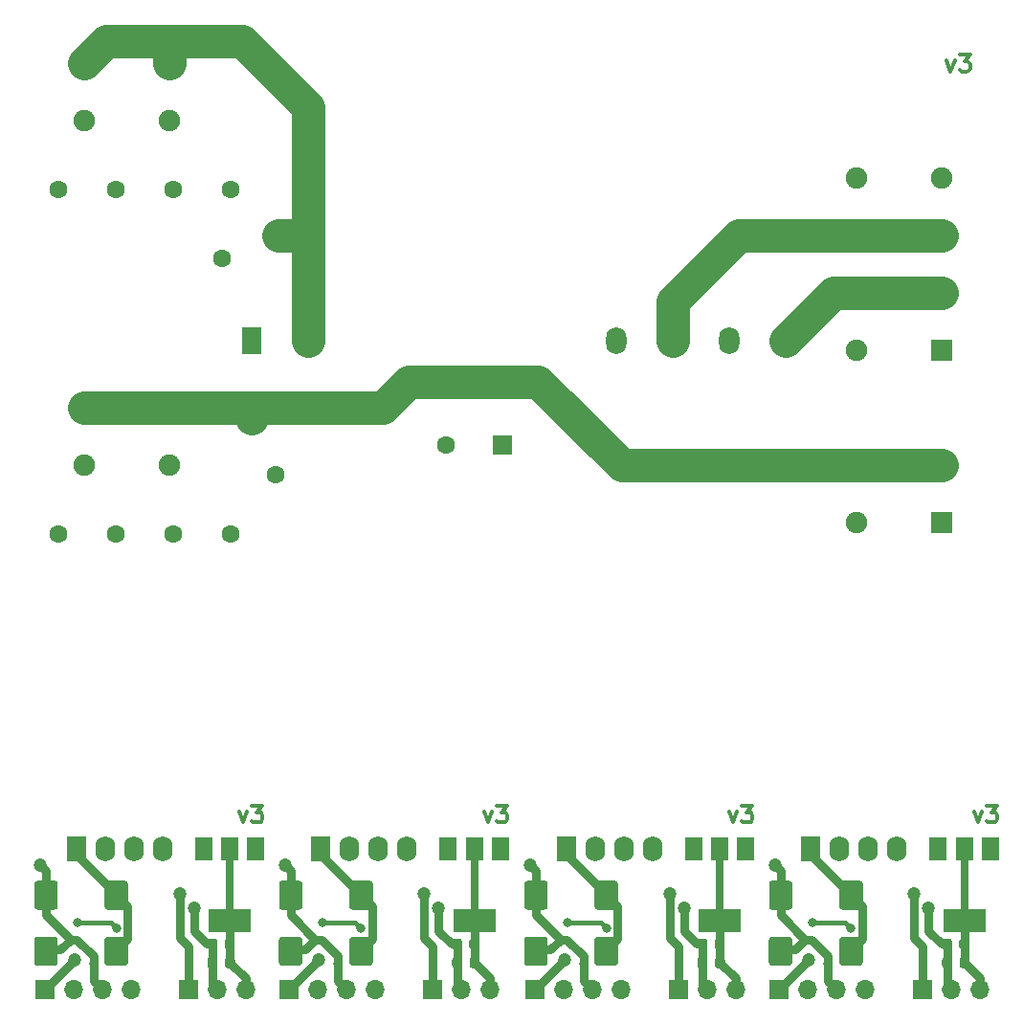
<source format=gbr>
%TF.GenerationSoftware,KiCad,Pcbnew,(5.1.10)-1*%
%TF.CreationDate,2022-01-19T08:42:29+07:00*%
%TF.ProjectId,PCB_2x_pnlz1_4,5043425f-3278-45f7-906e-6c7a315f342e,rev?*%
%TF.SameCoordinates,Original*%
%TF.FileFunction,Copper,L1,Top*%
%TF.FilePolarity,Positive*%
%FSLAX46Y46*%
G04 Gerber Fmt 4.6, Leading zero omitted, Abs format (unit mm)*
G04 Created by KiCad (PCBNEW (5.1.10)-1) date 2022-01-19 08:42:29*
%MOMM*%
%LPD*%
G01*
G04 APERTURE LIST*
%TA.AperFunction,NonConductor*%
%ADD10C,0.300000*%
%TD*%
%TA.AperFunction,ComponentPad*%
%ADD11O,1.750000X2.250000*%
%TD*%
%TA.AperFunction,ComponentPad*%
%ADD12R,1.750000X2.250000*%
%TD*%
%TA.AperFunction,SMDPad,CuDef*%
%ADD13R,1.500000X2.000000*%
%TD*%
%TA.AperFunction,SMDPad,CuDef*%
%ADD14R,3.800000X2.000000*%
%TD*%
%TA.AperFunction,ComponentPad*%
%ADD15C,1.900000*%
%TD*%
%TA.AperFunction,ComponentPad*%
%ADD16R,1.900000X1.900000*%
%TD*%
%TA.AperFunction,ComponentPad*%
%ADD17C,1.600000*%
%TD*%
%TA.AperFunction,ComponentPad*%
%ADD18O,1.700000X1.700000*%
%TD*%
%TA.AperFunction,ComponentPad*%
%ADD19R,1.700000X1.700000*%
%TD*%
%TA.AperFunction,ComponentPad*%
%ADD20O,1.800000X2.400000*%
%TD*%
%TA.AperFunction,ComponentPad*%
%ADD21R,1.800000X2.400000*%
%TD*%
%TA.AperFunction,ViaPad*%
%ADD22C,0.800000*%
%TD*%
%TA.AperFunction,ViaPad*%
%ADD23C,1.200000*%
%TD*%
%TA.AperFunction,Conductor*%
%ADD24C,0.800000*%
%TD*%
%TA.AperFunction,Conductor*%
%ADD25C,0.700000*%
%TD*%
%TA.AperFunction,Conductor*%
%ADD26C,0.400000*%
%TD*%
%TA.AperFunction,Conductor*%
%ADD27C,3.000000*%
%TD*%
%TA.AperFunction,Conductor*%
%ADD28C,2.000000*%
%TD*%
G04 APERTURE END LIST*
D10*
X106914571Y-115264571D02*
X107271714Y-116264571D01*
X107628857Y-115264571D01*
X108057428Y-114764571D02*
X108986000Y-114764571D01*
X108486000Y-115336000D01*
X108700285Y-115336000D01*
X108843142Y-115407428D01*
X108914571Y-115478857D01*
X108986000Y-115621714D01*
X108986000Y-115978857D01*
X108914571Y-116121714D01*
X108843142Y-116193142D01*
X108700285Y-116264571D01*
X108271714Y-116264571D01*
X108128857Y-116193142D01*
X108057428Y-116121714D01*
X85214571Y-115264571D02*
X85571714Y-116264571D01*
X85928857Y-115264571D01*
X86357428Y-114764571D02*
X87286000Y-114764571D01*
X86786000Y-115336000D01*
X87000285Y-115336000D01*
X87143142Y-115407428D01*
X87214571Y-115478857D01*
X87286000Y-115621714D01*
X87286000Y-115978857D01*
X87214571Y-116121714D01*
X87143142Y-116193142D01*
X87000285Y-116264571D01*
X86571714Y-116264571D01*
X86428857Y-116193142D01*
X86357428Y-116121714D01*
X63564571Y-115264571D02*
X63921714Y-116264571D01*
X64278857Y-115264571D01*
X64707428Y-114764571D02*
X65636000Y-114764571D01*
X65136000Y-115336000D01*
X65350285Y-115336000D01*
X65493142Y-115407428D01*
X65564571Y-115478857D01*
X65636000Y-115621714D01*
X65636000Y-115978857D01*
X65564571Y-116121714D01*
X65493142Y-116193142D01*
X65350285Y-116264571D01*
X64921714Y-116264571D01*
X64778857Y-116193142D01*
X64707428Y-116121714D01*
X126167571Y-48850571D02*
X126524714Y-49850571D01*
X126881857Y-48850571D01*
X127310428Y-48350571D02*
X128239000Y-48350571D01*
X127739000Y-48922000D01*
X127953285Y-48922000D01*
X128096142Y-48993428D01*
X128167571Y-49064857D01*
X128239000Y-49207714D01*
X128239000Y-49564857D01*
X128167571Y-49707714D01*
X128096142Y-49779142D01*
X127953285Y-49850571D01*
X127524714Y-49850571D01*
X127381857Y-49779142D01*
X127310428Y-49707714D01*
X128564571Y-115264571D02*
X128921714Y-116264571D01*
X129278857Y-115264571D01*
X129707428Y-114764571D02*
X130636000Y-114764571D01*
X130136000Y-115336000D01*
X130350285Y-115336000D01*
X130493142Y-115407428D01*
X130564571Y-115478857D01*
X130636000Y-115621714D01*
X130636000Y-115978857D01*
X130564571Y-116121714D01*
X130493142Y-116193142D01*
X130350285Y-116264571D01*
X129921714Y-116264571D01*
X129778857Y-116193142D01*
X129707428Y-116121714D01*
%TO.P,C8,1*%
%TO.N,+5P*%
%TA.AperFunction,SMDPad,CuDef*%
G36*
G01*
X67089500Y-128676000D02*
X67089500Y-126626000D01*
G75*
G02*
X67339500Y-126376000I250000J0D01*
G01*
X68914500Y-126376000D01*
G75*
G02*
X69164500Y-126626000I0J-250000D01*
G01*
X69164500Y-128676000D01*
G75*
G02*
X68914500Y-128926000I-250000J0D01*
G01*
X67339500Y-128926000D01*
G75*
G02*
X67089500Y-128676000I0J250000D01*
G01*
G37*
%TD.AperFunction*%
%TO.P,C8,2*%
%TO.N,GND1*%
%TA.AperFunction,SMDPad,CuDef*%
G36*
G01*
X73314500Y-128676000D02*
X73314500Y-126626000D01*
G75*
G02*
X73564500Y-126376000I250000J0D01*
G01*
X75139500Y-126376000D01*
G75*
G02*
X75389500Y-126626000I0J-250000D01*
G01*
X75389500Y-128676000D01*
G75*
G02*
X75139500Y-128926000I-250000J0D01*
G01*
X73564500Y-128926000D01*
G75*
G02*
X73314500Y-128676000I0J250000D01*
G01*
G37*
%TD.AperFunction*%
%TD*%
%TO.P,C15,1*%
%TO.N,GND2*%
%TA.AperFunction,SMDPad,CuDef*%
G36*
G01*
X82385000Y-127266000D02*
X82385000Y-126766000D01*
G75*
G02*
X82610000Y-126541000I225000J0D01*
G01*
X83060000Y-126541000D01*
G75*
G02*
X83285000Y-126766000I0J-225000D01*
G01*
X83285000Y-127266000D01*
G75*
G02*
X83060000Y-127491000I-225000J0D01*
G01*
X82610000Y-127491000D01*
G75*
G02*
X82385000Y-127266000I0J225000D01*
G01*
G37*
%TD.AperFunction*%
%TO.P,C15,2*%
%TO.N,+3.3VP*%
%TA.AperFunction,SMDPad,CuDef*%
G36*
G01*
X83935000Y-127266000D02*
X83935000Y-126766000D01*
G75*
G02*
X84160000Y-126541000I225000J0D01*
G01*
X84610000Y-126541000D01*
G75*
G02*
X84835000Y-126766000I0J-225000D01*
G01*
X84835000Y-127266000D01*
G75*
G02*
X84610000Y-127491000I-225000J0D01*
G01*
X84160000Y-127491000D01*
G75*
G02*
X83935000Y-127266000I0J225000D01*
G01*
G37*
%TD.AperFunction*%
%TD*%
%TO.P,C16,1*%
%TO.N,GND2*%
%TA.AperFunction,SMDPad,CuDef*%
G36*
G01*
X82411000Y-128917000D02*
X82411000Y-128417000D01*
G75*
G02*
X82636000Y-128192000I225000J0D01*
G01*
X83086000Y-128192000D01*
G75*
G02*
X83311000Y-128417000I0J-225000D01*
G01*
X83311000Y-128917000D01*
G75*
G02*
X83086000Y-129142000I-225000J0D01*
G01*
X82636000Y-129142000D01*
G75*
G02*
X82411000Y-128917000I0J225000D01*
G01*
G37*
%TD.AperFunction*%
%TO.P,C16,2*%
%TO.N,+3.3VP*%
%TA.AperFunction,SMDPad,CuDef*%
G36*
G01*
X83961000Y-128917000D02*
X83961000Y-128417000D01*
G75*
G02*
X84186000Y-128192000I225000J0D01*
G01*
X84636000Y-128192000D01*
G75*
G02*
X84861000Y-128417000I0J-225000D01*
G01*
X84861000Y-128917000D01*
G75*
G02*
X84636000Y-129142000I-225000J0D01*
G01*
X84186000Y-129142000D01*
G75*
G02*
X83961000Y-128917000I0J225000D01*
G01*
G37*
%TD.AperFunction*%
%TD*%
D11*
%TO.P,PS1,4*%
%TO.N,+5VP*%
X78416000Y-118634000D03*
%TO.P,PS1,3*%
%TO.N,GND2*%
X75876000Y-118634000D03*
%TO.P,PS1,2*%
%TO.N,+5V*%
X73336000Y-118634000D03*
D12*
%TO.P,PS1,1*%
%TO.N,GND1*%
X70796000Y-118634000D03*
%TD*%
%TO.P,C15,2*%
%TO.N,+3.3VP*%
%TA.AperFunction,SMDPad,CuDef*%
G36*
G01*
X127285000Y-127266000D02*
X127285000Y-126766000D01*
G75*
G02*
X127510000Y-126541000I225000J0D01*
G01*
X127960000Y-126541000D01*
G75*
G02*
X128185000Y-126766000I0J-225000D01*
G01*
X128185000Y-127266000D01*
G75*
G02*
X127960000Y-127491000I-225000J0D01*
G01*
X127510000Y-127491000D01*
G75*
G02*
X127285000Y-127266000I0J225000D01*
G01*
G37*
%TD.AperFunction*%
%TO.P,C15,1*%
%TO.N,GND2*%
%TA.AperFunction,SMDPad,CuDef*%
G36*
G01*
X125735000Y-127266000D02*
X125735000Y-126766000D01*
G75*
G02*
X125960000Y-126541000I225000J0D01*
G01*
X126410000Y-126541000D01*
G75*
G02*
X126635000Y-126766000I0J-225000D01*
G01*
X126635000Y-127266000D01*
G75*
G02*
X126410000Y-127491000I-225000J0D01*
G01*
X125960000Y-127491000D01*
G75*
G02*
X125735000Y-127266000I0J225000D01*
G01*
G37*
%TD.AperFunction*%
%TD*%
%TO.P,C8,2*%
%TO.N,GND1*%
%TA.AperFunction,SMDPad,CuDef*%
G36*
G01*
X116664500Y-128676000D02*
X116664500Y-126626000D01*
G75*
G02*
X116914500Y-126376000I250000J0D01*
G01*
X118489500Y-126376000D01*
G75*
G02*
X118739500Y-126626000I0J-250000D01*
G01*
X118739500Y-128676000D01*
G75*
G02*
X118489500Y-128926000I-250000J0D01*
G01*
X116914500Y-128926000D01*
G75*
G02*
X116664500Y-128676000I0J250000D01*
G01*
G37*
%TD.AperFunction*%
%TO.P,C8,1*%
%TO.N,+5P*%
%TA.AperFunction,SMDPad,CuDef*%
G36*
G01*
X110439500Y-128676000D02*
X110439500Y-126626000D01*
G75*
G02*
X110689500Y-126376000I250000J0D01*
G01*
X112264500Y-126376000D01*
G75*
G02*
X112514500Y-126626000I0J-250000D01*
G01*
X112514500Y-128676000D01*
G75*
G02*
X112264500Y-128926000I-250000J0D01*
G01*
X110689500Y-128926000D01*
G75*
G02*
X110439500Y-128676000I0J250000D01*
G01*
G37*
%TD.AperFunction*%
%TD*%
%TO.P,C7,2*%
%TO.N,GND1*%
%TA.AperFunction,SMDPad,CuDef*%
G36*
G01*
X116666500Y-123723000D02*
X116666500Y-121673000D01*
G75*
G02*
X116916500Y-121423000I250000J0D01*
G01*
X118491500Y-121423000D01*
G75*
G02*
X118741500Y-121673000I0J-250000D01*
G01*
X118741500Y-123723000D01*
G75*
G02*
X118491500Y-123973000I-250000J0D01*
G01*
X116916500Y-123973000D01*
G75*
G02*
X116666500Y-123723000I0J250000D01*
G01*
G37*
%TD.AperFunction*%
%TO.P,C7,1*%
%TO.N,+5P*%
%TA.AperFunction,SMDPad,CuDef*%
G36*
G01*
X110441500Y-123723000D02*
X110441500Y-121673000D01*
G75*
G02*
X110691500Y-121423000I250000J0D01*
G01*
X112266500Y-121423000D01*
G75*
G02*
X112516500Y-121673000I0J-250000D01*
G01*
X112516500Y-123723000D01*
G75*
G02*
X112266500Y-123973000I-250000J0D01*
G01*
X110691500Y-123973000D01*
G75*
G02*
X110441500Y-123723000I0J250000D01*
G01*
G37*
%TD.AperFunction*%
%TD*%
D13*
%TO.P,U1,1*%
%TO.N,GND2*%
X130021000Y-118634000D03*
%TO.P,U1,3*%
%TO.N,+5VP*%
X125421000Y-118634000D03*
%TO.P,U1,2*%
%TO.N,+3.3VP*%
X127721000Y-118634000D03*
D14*
X127721000Y-124934000D03*
%TD*%
D12*
%TO.P,PS1,1*%
%TO.N,GND1*%
X114146000Y-118634000D03*
D11*
%TO.P,PS1,2*%
%TO.N,+5V*%
X116686000Y-118634000D03*
%TO.P,PS1,3*%
%TO.N,GND2*%
X119226000Y-118634000D03*
%TO.P,PS1,4*%
%TO.N,+5VP*%
X121766000Y-118634000D03*
%TD*%
%TO.P,C16,2*%
%TO.N,+3.3VP*%
%TA.AperFunction,SMDPad,CuDef*%
G36*
G01*
X127311000Y-128917000D02*
X127311000Y-128417000D01*
G75*
G02*
X127536000Y-128192000I225000J0D01*
G01*
X127986000Y-128192000D01*
G75*
G02*
X128211000Y-128417000I0J-225000D01*
G01*
X128211000Y-128917000D01*
G75*
G02*
X127986000Y-129142000I-225000J0D01*
G01*
X127536000Y-129142000D01*
G75*
G02*
X127311000Y-128917000I0J225000D01*
G01*
G37*
%TD.AperFunction*%
%TO.P,C16,1*%
%TO.N,GND2*%
%TA.AperFunction,SMDPad,CuDef*%
G36*
G01*
X125761000Y-128917000D02*
X125761000Y-128417000D01*
G75*
G02*
X125986000Y-128192000I225000J0D01*
G01*
X126436000Y-128192000D01*
G75*
G02*
X126661000Y-128417000I0J-225000D01*
G01*
X126661000Y-128917000D01*
G75*
G02*
X126436000Y-129142000I-225000J0D01*
G01*
X125986000Y-129142000D01*
G75*
G02*
X125761000Y-128917000I0J225000D01*
G01*
G37*
%TD.AperFunction*%
%TD*%
D15*
%TO.P,XP1,2*%
%TO.N,Net-(F1-Pad2)*%
X49896000Y-54160000D03*
X57416000Y-54160000D03*
D16*
%TO.P,XP1,1*%
%TO.N,Net-(RV1-Pad2)*%
X49896000Y-49080000D03*
D15*
X57416000Y-49080000D03*
%TD*%
D17*
%TO.P,RV1,2*%
%TO.N,Net-(RV1-Pad2)*%
X67088000Y-64285000D03*
%TO.P,RV1,1*%
%TO.N,Net-(F1-Pad1)*%
X62088000Y-66385000D03*
%TD*%
%TO.P,F1,1*%
%TO.N,Net-(F1-Pad1)*%
X57770000Y-60221000D03*
%TO.P,F1,2*%
%TO.N,Net-(F1-Pad2)*%
X47610000Y-60221000D03*
%TO.P,F1,1*%
%TO.N,Net-(F1-Pad1)*%
X62850000Y-60221000D03*
%TO.P,F1,2*%
%TO.N,Net-(F1-Pad2)*%
X52690000Y-60221000D03*
%TD*%
D18*
%TO.P,J1,4*%
%TO.N,/+5V_state*%
X118972000Y-131080000D03*
%TO.P,J1,3*%
%TO.N,+5P*%
X116432000Y-131080000D03*
%TO.P,J1,2*%
%TO.N,GND1*%
X113892000Y-131080000D03*
D19*
%TO.P,J1,1*%
%TO.N,+5V*%
X111352000Y-131080000D03*
%TD*%
D18*
%TO.P,J2,3*%
%TO.N,+3.3VP*%
X129132000Y-131080000D03*
%TO.P,J2,2*%
%TO.N,GND2*%
X126592000Y-131080000D03*
D19*
%TO.P,J2,1*%
%TO.N,+5VP*%
X124052000Y-131080000D03*
%TD*%
%TO.P,C7,1*%
%TO.N,+5P*%
%TA.AperFunction,SMDPad,CuDef*%
G36*
G01*
X67091500Y-123723000D02*
X67091500Y-121673000D01*
G75*
G02*
X67341500Y-121423000I250000J0D01*
G01*
X68916500Y-121423000D01*
G75*
G02*
X69166500Y-121673000I0J-250000D01*
G01*
X69166500Y-123723000D01*
G75*
G02*
X68916500Y-123973000I-250000J0D01*
G01*
X67341500Y-123973000D01*
G75*
G02*
X67091500Y-123723000I0J250000D01*
G01*
G37*
%TD.AperFunction*%
%TO.P,C7,2*%
%TO.N,GND1*%
%TA.AperFunction,SMDPad,CuDef*%
G36*
G01*
X73316500Y-123723000D02*
X73316500Y-121673000D01*
G75*
G02*
X73566500Y-121423000I250000J0D01*
G01*
X75141500Y-121423000D01*
G75*
G02*
X75391500Y-121673000I0J-250000D01*
G01*
X75391500Y-123723000D01*
G75*
G02*
X75141500Y-123973000I-250000J0D01*
G01*
X73566500Y-123973000D01*
G75*
G02*
X73316500Y-123723000I0J250000D01*
G01*
G37*
%TD.AperFunction*%
%TD*%
D14*
%TO.P,U1,2*%
%TO.N,+3.3VP*%
X106071000Y-124934000D03*
D13*
X106071000Y-118634000D03*
%TO.P,U1,3*%
%TO.N,+5VP*%
X103771000Y-118634000D03*
%TO.P,U1,1*%
%TO.N,GND2*%
X108371000Y-118634000D03*
%TD*%
D19*
%TO.P,J1,1*%
%TO.N,+5V*%
X89702000Y-131080000D03*
D18*
%TO.P,J1,2*%
%TO.N,GND1*%
X92242000Y-131080000D03*
%TO.P,J1,3*%
%TO.N,+5P*%
X94782000Y-131080000D03*
%TO.P,J1,4*%
%TO.N,/+5V_state*%
X97322000Y-131080000D03*
%TD*%
D19*
%TO.P,J2,1*%
%TO.N,+5VP*%
X102402000Y-131080000D03*
D18*
%TO.P,J2,2*%
%TO.N,GND2*%
X104942000Y-131080000D03*
%TO.P,J2,3*%
%TO.N,+3.3VP*%
X107482000Y-131080000D03*
%TD*%
D19*
%TO.P,U3,1*%
%TO.N,Net-(U3-Pad1)*%
X86900000Y-82827000D03*
D17*
%TO.P,U3,2*%
%TO.N,Net-(F2-Pad1)*%
X81900000Y-82827000D03*
%TD*%
D20*
%TO.P,U2,5*%
%TO.N,Net-(U2-Pad5)*%
X106949500Y-73620000D03*
%TO.P,U2,4*%
%TO.N,Net-(U2-Pad4)*%
X101949500Y-73620000D03*
%TO.P,U2,3*%
%TO.N,Net-(U2-Pad3)*%
X96949500Y-73620000D03*
%TO.P,U2,2*%
%TO.N,Net-(RV1-Pad2)*%
X69691500Y-73620000D03*
D21*
%TO.P,U2,1*%
%TO.N,Net-(F1-Pad1)*%
X64691500Y-73620000D03*
D20*
%TO.P,U2,6*%
%TO.N,Net-(U2-Pad6)*%
X111949500Y-73620000D03*
%TD*%
D15*
%TO.P,XP4,2*%
%TO.N,Net-(RV2-Pad2)*%
X125742000Y-84640000D03*
X118222000Y-84640000D03*
D16*
%TO.P,XP4,1*%
%TO.N,Net-(U3-Pad1)*%
X125742000Y-89720000D03*
D15*
X118222000Y-89720000D03*
%TD*%
%TO.P,XP2,2*%
%TO.N,Net-(F2-Pad2)*%
X49896000Y-84640000D03*
X57416000Y-84640000D03*
D16*
%TO.P,XP2,1*%
%TO.N,Net-(RV2-Pad2)*%
X49896000Y-79560000D03*
D15*
X57416000Y-79560000D03*
%TD*%
D17*
%TO.P,RV2,2*%
%TO.N,Net-(RV2-Pad2)*%
X64687000Y-80494000D03*
%TO.P,RV2,1*%
%TO.N,Net-(F2-Pad1)*%
X66787000Y-85494000D03*
%TD*%
%TO.P,F2,1*%
%TO.N,Net-(F2-Pad1)*%
X57770000Y-90701000D03*
%TO.P,F2,2*%
%TO.N,Net-(F2-Pad2)*%
X47610000Y-90701000D03*
%TO.P,F2,1*%
%TO.N,Net-(F2-Pad1)*%
X62850000Y-90701000D03*
%TO.P,F2,2*%
%TO.N,Net-(F2-Pad2)*%
X52690000Y-90701000D03*
%TD*%
D15*
%TO.P,XP3,4*%
%TO.N,Net-(U2-Pad3)*%
X125742000Y-59240000D03*
X118222000Y-59240000D03*
%TO.P,XP3,3*%
%TO.N,Net-(U2-Pad4)*%
X125742000Y-64320000D03*
X118222000Y-64320000D03*
%TO.P,XP3,2*%
%TO.N,Net-(U2-Pad6)*%
X125742000Y-69400000D03*
X118222000Y-69400000D03*
D16*
%TO.P,XP3,1*%
%TO.N,Net-(U2-Pad5)*%
X125742000Y-74480000D03*
D15*
X118222000Y-74480000D03*
%TD*%
D14*
%TO.P,U1,2*%
%TO.N,+3.3VP*%
X62721000Y-124934000D03*
D13*
X62721000Y-118634000D03*
%TO.P,U1,3*%
%TO.N,+5VP*%
X60421000Y-118634000D03*
%TO.P,U1,1*%
%TO.N,GND2*%
X65021000Y-118634000D03*
%TD*%
D19*
%TO.P,J1,1*%
%TO.N,+5V*%
X46352000Y-131080000D03*
D18*
%TO.P,J1,2*%
%TO.N,GND1*%
X48892000Y-131080000D03*
%TO.P,J1,3*%
%TO.N,+5P*%
X51432000Y-131080000D03*
%TO.P,J1,4*%
%TO.N,/+5V_state*%
X53972000Y-131080000D03*
%TD*%
D19*
%TO.P,J2,1*%
%TO.N,+5VP*%
X59052000Y-131080000D03*
D18*
%TO.P,J2,2*%
%TO.N,GND2*%
X61592000Y-131080000D03*
%TO.P,J2,3*%
%TO.N,+3.3VP*%
X64132000Y-131080000D03*
%TD*%
%TO.P,C8,1*%
%TO.N,+5P*%
%TA.AperFunction,SMDPad,CuDef*%
G36*
G01*
X45439500Y-128676000D02*
X45439500Y-126626000D01*
G75*
G02*
X45689500Y-126376000I250000J0D01*
G01*
X47264500Y-126376000D01*
G75*
G02*
X47514500Y-126626000I0J-250000D01*
G01*
X47514500Y-128676000D01*
G75*
G02*
X47264500Y-128926000I-250000J0D01*
G01*
X45689500Y-128926000D01*
G75*
G02*
X45439500Y-128676000I0J250000D01*
G01*
G37*
%TD.AperFunction*%
%TO.P,C8,2*%
%TO.N,GND1*%
%TA.AperFunction,SMDPad,CuDef*%
G36*
G01*
X51664500Y-128676000D02*
X51664500Y-126626000D01*
G75*
G02*
X51914500Y-126376000I250000J0D01*
G01*
X53489500Y-126376000D01*
G75*
G02*
X53739500Y-126626000I0J-250000D01*
G01*
X53739500Y-128676000D01*
G75*
G02*
X53489500Y-128926000I-250000J0D01*
G01*
X51914500Y-128926000D01*
G75*
G02*
X51664500Y-128676000I0J250000D01*
G01*
G37*
%TD.AperFunction*%
%TD*%
%TO.P,C15,1*%
%TO.N,GND2*%
%TA.AperFunction,SMDPad,CuDef*%
G36*
G01*
X60735000Y-127266000D02*
X60735000Y-126766000D01*
G75*
G02*
X60960000Y-126541000I225000J0D01*
G01*
X61410000Y-126541000D01*
G75*
G02*
X61635000Y-126766000I0J-225000D01*
G01*
X61635000Y-127266000D01*
G75*
G02*
X61410000Y-127491000I-225000J0D01*
G01*
X60960000Y-127491000D01*
G75*
G02*
X60735000Y-127266000I0J225000D01*
G01*
G37*
%TD.AperFunction*%
%TO.P,C15,2*%
%TO.N,+3.3VP*%
%TA.AperFunction,SMDPad,CuDef*%
G36*
G01*
X62285000Y-127266000D02*
X62285000Y-126766000D01*
G75*
G02*
X62510000Y-126541000I225000J0D01*
G01*
X62960000Y-126541000D01*
G75*
G02*
X63185000Y-126766000I0J-225000D01*
G01*
X63185000Y-127266000D01*
G75*
G02*
X62960000Y-127491000I-225000J0D01*
G01*
X62510000Y-127491000D01*
G75*
G02*
X62285000Y-127266000I0J225000D01*
G01*
G37*
%TD.AperFunction*%
%TD*%
%TO.P,C16,1*%
%TO.N,GND2*%
%TA.AperFunction,SMDPad,CuDef*%
G36*
G01*
X60761000Y-128917000D02*
X60761000Y-128417000D01*
G75*
G02*
X60986000Y-128192000I225000J0D01*
G01*
X61436000Y-128192000D01*
G75*
G02*
X61661000Y-128417000I0J-225000D01*
G01*
X61661000Y-128917000D01*
G75*
G02*
X61436000Y-129142000I-225000J0D01*
G01*
X60986000Y-129142000D01*
G75*
G02*
X60761000Y-128917000I0J225000D01*
G01*
G37*
%TD.AperFunction*%
%TO.P,C16,2*%
%TO.N,+3.3VP*%
%TA.AperFunction,SMDPad,CuDef*%
G36*
G01*
X62311000Y-128917000D02*
X62311000Y-128417000D01*
G75*
G02*
X62536000Y-128192000I225000J0D01*
G01*
X62986000Y-128192000D01*
G75*
G02*
X63211000Y-128417000I0J-225000D01*
G01*
X63211000Y-128917000D01*
G75*
G02*
X62986000Y-129142000I-225000J0D01*
G01*
X62536000Y-129142000D01*
G75*
G02*
X62311000Y-128917000I0J225000D01*
G01*
G37*
%TD.AperFunction*%
%TD*%
D11*
%TO.P,PS1,4*%
%TO.N,+5VP*%
X56766000Y-118634000D03*
%TO.P,PS1,3*%
%TO.N,GND2*%
X54226000Y-118634000D03*
%TO.P,PS1,2*%
%TO.N,+5V*%
X51686000Y-118634000D03*
D12*
%TO.P,PS1,1*%
%TO.N,GND1*%
X49146000Y-118634000D03*
%TD*%
D14*
%TO.P,U1,2*%
%TO.N,+3.3VP*%
X84371000Y-124934000D03*
D13*
X84371000Y-118634000D03*
%TO.P,U1,3*%
%TO.N,+5VP*%
X82071000Y-118634000D03*
%TO.P,U1,1*%
%TO.N,GND2*%
X86671000Y-118634000D03*
%TD*%
D19*
%TO.P,J1,1*%
%TO.N,+5V*%
X68002000Y-131080000D03*
D18*
%TO.P,J1,2*%
%TO.N,GND1*%
X70542000Y-131080000D03*
%TO.P,J1,3*%
%TO.N,+5P*%
X73082000Y-131080000D03*
%TO.P,J1,4*%
%TO.N,/+5V_state*%
X75622000Y-131080000D03*
%TD*%
D19*
%TO.P,J2,1*%
%TO.N,+5VP*%
X80702000Y-131080000D03*
D18*
%TO.P,J2,2*%
%TO.N,GND2*%
X83242000Y-131080000D03*
%TO.P,J2,3*%
%TO.N,+3.3VP*%
X85782000Y-131080000D03*
%TD*%
D11*
%TO.P,PS1,4*%
%TO.N,+5VP*%
X100116000Y-118634000D03*
%TO.P,PS1,3*%
%TO.N,GND2*%
X97576000Y-118634000D03*
%TO.P,PS1,2*%
%TO.N,+5V*%
X95036000Y-118634000D03*
D12*
%TO.P,PS1,1*%
%TO.N,GND1*%
X92496000Y-118634000D03*
%TD*%
%TO.P,C16,1*%
%TO.N,GND2*%
%TA.AperFunction,SMDPad,CuDef*%
G36*
G01*
X104111000Y-128917000D02*
X104111000Y-128417000D01*
G75*
G02*
X104336000Y-128192000I225000J0D01*
G01*
X104786000Y-128192000D01*
G75*
G02*
X105011000Y-128417000I0J-225000D01*
G01*
X105011000Y-128917000D01*
G75*
G02*
X104786000Y-129142000I-225000J0D01*
G01*
X104336000Y-129142000D01*
G75*
G02*
X104111000Y-128917000I0J225000D01*
G01*
G37*
%TD.AperFunction*%
%TO.P,C16,2*%
%TO.N,+3.3VP*%
%TA.AperFunction,SMDPad,CuDef*%
G36*
G01*
X105661000Y-128917000D02*
X105661000Y-128417000D01*
G75*
G02*
X105886000Y-128192000I225000J0D01*
G01*
X106336000Y-128192000D01*
G75*
G02*
X106561000Y-128417000I0J-225000D01*
G01*
X106561000Y-128917000D01*
G75*
G02*
X106336000Y-129142000I-225000J0D01*
G01*
X105886000Y-129142000D01*
G75*
G02*
X105661000Y-128917000I0J225000D01*
G01*
G37*
%TD.AperFunction*%
%TD*%
%TO.P,C15,1*%
%TO.N,GND2*%
%TA.AperFunction,SMDPad,CuDef*%
G36*
G01*
X104085000Y-127266000D02*
X104085000Y-126766000D01*
G75*
G02*
X104310000Y-126541000I225000J0D01*
G01*
X104760000Y-126541000D01*
G75*
G02*
X104985000Y-126766000I0J-225000D01*
G01*
X104985000Y-127266000D01*
G75*
G02*
X104760000Y-127491000I-225000J0D01*
G01*
X104310000Y-127491000D01*
G75*
G02*
X104085000Y-127266000I0J225000D01*
G01*
G37*
%TD.AperFunction*%
%TO.P,C15,2*%
%TO.N,+3.3VP*%
%TA.AperFunction,SMDPad,CuDef*%
G36*
G01*
X105635000Y-127266000D02*
X105635000Y-126766000D01*
G75*
G02*
X105860000Y-126541000I225000J0D01*
G01*
X106310000Y-126541000D01*
G75*
G02*
X106535000Y-126766000I0J-225000D01*
G01*
X106535000Y-127266000D01*
G75*
G02*
X106310000Y-127491000I-225000J0D01*
G01*
X105860000Y-127491000D01*
G75*
G02*
X105635000Y-127266000I0J225000D01*
G01*
G37*
%TD.AperFunction*%
%TD*%
%TO.P,C8,1*%
%TO.N,+5P*%
%TA.AperFunction,SMDPad,CuDef*%
G36*
G01*
X88789500Y-128676000D02*
X88789500Y-126626000D01*
G75*
G02*
X89039500Y-126376000I250000J0D01*
G01*
X90614500Y-126376000D01*
G75*
G02*
X90864500Y-126626000I0J-250000D01*
G01*
X90864500Y-128676000D01*
G75*
G02*
X90614500Y-128926000I-250000J0D01*
G01*
X89039500Y-128926000D01*
G75*
G02*
X88789500Y-128676000I0J250000D01*
G01*
G37*
%TD.AperFunction*%
%TO.P,C8,2*%
%TO.N,GND1*%
%TA.AperFunction,SMDPad,CuDef*%
G36*
G01*
X95014500Y-128676000D02*
X95014500Y-126626000D01*
G75*
G02*
X95264500Y-126376000I250000J0D01*
G01*
X96839500Y-126376000D01*
G75*
G02*
X97089500Y-126626000I0J-250000D01*
G01*
X97089500Y-128676000D01*
G75*
G02*
X96839500Y-128926000I-250000J0D01*
G01*
X95264500Y-128926000D01*
G75*
G02*
X95014500Y-128676000I0J250000D01*
G01*
G37*
%TD.AperFunction*%
%TD*%
%TO.P,C7,1*%
%TO.N,+5P*%
%TA.AperFunction,SMDPad,CuDef*%
G36*
G01*
X88791500Y-123723000D02*
X88791500Y-121673000D01*
G75*
G02*
X89041500Y-121423000I250000J0D01*
G01*
X90616500Y-121423000D01*
G75*
G02*
X90866500Y-121673000I0J-250000D01*
G01*
X90866500Y-123723000D01*
G75*
G02*
X90616500Y-123973000I-250000J0D01*
G01*
X89041500Y-123973000D01*
G75*
G02*
X88791500Y-123723000I0J250000D01*
G01*
G37*
%TD.AperFunction*%
%TO.P,C7,2*%
%TO.N,GND1*%
%TA.AperFunction,SMDPad,CuDef*%
G36*
G01*
X95016500Y-123723000D02*
X95016500Y-121673000D01*
G75*
G02*
X95266500Y-121423000I250000J0D01*
G01*
X96841500Y-121423000D01*
G75*
G02*
X97091500Y-121673000I0J-250000D01*
G01*
X97091500Y-123723000D01*
G75*
G02*
X96841500Y-123973000I-250000J0D01*
G01*
X95266500Y-123973000D01*
G75*
G02*
X95016500Y-123723000I0J250000D01*
G01*
G37*
%TD.AperFunction*%
%TD*%
%TO.P,C7,1*%
%TO.N,+5P*%
%TA.AperFunction,SMDPad,CuDef*%
G36*
G01*
X45441500Y-123723000D02*
X45441500Y-121673000D01*
G75*
G02*
X45691500Y-121423000I250000J0D01*
G01*
X47266500Y-121423000D01*
G75*
G02*
X47516500Y-121673000I0J-250000D01*
G01*
X47516500Y-123723000D01*
G75*
G02*
X47266500Y-123973000I-250000J0D01*
G01*
X45691500Y-123973000D01*
G75*
G02*
X45441500Y-123723000I0J250000D01*
G01*
G37*
%TD.AperFunction*%
%TO.P,C7,2*%
%TO.N,GND1*%
%TA.AperFunction,SMDPad,CuDef*%
G36*
G01*
X51666500Y-123723000D02*
X51666500Y-121673000D01*
G75*
G02*
X51916500Y-121423000I250000J0D01*
G01*
X53491500Y-121423000D01*
G75*
G02*
X53741500Y-121673000I0J-250000D01*
G01*
X53741500Y-123723000D01*
G75*
G02*
X53491500Y-123973000I-250000J0D01*
G01*
X51916500Y-123973000D01*
G75*
G02*
X51666500Y-123723000I0J250000D01*
G01*
G37*
%TD.AperFunction*%
%TD*%
D22*
%TO.N,+5P*%
X94019998Y-128794000D03*
D23*
X89321000Y-120031000D03*
D22*
X91988000Y-126633392D03*
X72319998Y-128794000D03*
D23*
X67621000Y-120031000D03*
D22*
X70288000Y-126633392D03*
X50669998Y-128794000D03*
D23*
X45971000Y-120031000D03*
D22*
X48638000Y-126633392D03*
X115669998Y-128794000D03*
D23*
X110971000Y-120031000D03*
D22*
X113638000Y-126633392D03*
D23*
%TO.N,+5VP*%
X101640000Y-122570990D03*
X103771000Y-118634000D03*
X79940000Y-122570990D03*
X82071000Y-118634000D03*
X58290000Y-122570990D03*
X60421000Y-118634000D03*
X123290000Y-122570990D03*
X125421000Y-118634000D03*
%TO.N,+5V*%
X92345964Y-128436036D03*
X70645964Y-128436036D03*
X48995964Y-128436036D03*
X113995964Y-128436036D03*
%TO.N,GND2*%
X102910000Y-123841000D03*
X108371000Y-118634000D03*
X81210000Y-123841000D03*
X86671000Y-118634000D03*
X59560000Y-123841000D03*
X65021000Y-118634000D03*
X124560000Y-123841000D03*
X130021000Y-118634000D03*
D22*
%TO.N,Net-(D1-Pad5)*%
X52702000Y-125619000D03*
X49273000Y-125111000D03*
X117702000Y-125619000D03*
X114273000Y-125111000D03*
X96052000Y-125619000D03*
X92623000Y-125111000D03*
X74352000Y-125619000D03*
X70923000Y-125111000D03*
%TD*%
D24*
%TO.N,+5P*%
X47747392Y-127524000D02*
X48638000Y-126633392D01*
X46479000Y-127524000D02*
X47747392Y-127524000D01*
X46479000Y-120539000D02*
X45971000Y-120031000D01*
X46479000Y-122698000D02*
X46479000Y-120539000D01*
X72319998Y-128099705D02*
X72319998Y-128794000D01*
X72319998Y-130317998D02*
X73082000Y-131080000D01*
X72319998Y-128794000D02*
X72319998Y-130317998D01*
X69397392Y-127524000D02*
X70288000Y-126633392D01*
X68129000Y-127524000D02*
X69397392Y-127524000D01*
X68129000Y-120539000D02*
X67621000Y-120031000D01*
X68129000Y-122698000D02*
X68129000Y-120539000D01*
X94019998Y-130317998D02*
X94782000Y-131080000D01*
X94019998Y-128794000D02*
X94019998Y-130317998D01*
X91097392Y-127524000D02*
X91988000Y-126633392D01*
X89829000Y-127524000D02*
X91097392Y-127524000D01*
X89829000Y-120539000D02*
X89321000Y-120031000D01*
X89829000Y-122698000D02*
X89829000Y-120539000D01*
X115669998Y-128794000D02*
X115669998Y-130317998D01*
X115669998Y-130317998D02*
X116432000Y-131080000D01*
X115669998Y-128099705D02*
X115669998Y-128794000D01*
X114203685Y-126633392D02*
X115669998Y-128099705D01*
X111479000Y-122698000D02*
X111479000Y-120539000D01*
X111479000Y-120539000D02*
X110971000Y-120031000D01*
X111479000Y-127524000D02*
X112747392Y-127524000D01*
X112747392Y-127524000D02*
X113638000Y-126633392D01*
X113638000Y-126633392D02*
X114203685Y-126633392D01*
X113638000Y-126633392D02*
X111479000Y-124474392D01*
X111479000Y-124474392D02*
X111479000Y-122698000D01*
X49203685Y-126633392D02*
X50669998Y-128099705D01*
X50669998Y-128099705D02*
X50669998Y-128794000D01*
X50669998Y-130317998D02*
X51432000Y-131080000D01*
X50669998Y-128794000D02*
X50669998Y-130317998D01*
X46479000Y-124474392D02*
X46479000Y-122698000D01*
X48638000Y-126633392D02*
X46479000Y-124474392D01*
X48638000Y-126633392D02*
X49203685Y-126633392D01*
X89829000Y-124474392D02*
X89829000Y-122698000D01*
X91988000Y-126633392D02*
X89829000Y-124474392D01*
X91988000Y-126633392D02*
X92553685Y-126633392D01*
X92553685Y-126633392D02*
X94019998Y-128099705D01*
X94019998Y-128099705D02*
X94019998Y-128794000D01*
X68129000Y-124474392D02*
X68129000Y-122698000D01*
X70288000Y-126633392D02*
X68129000Y-124474392D01*
X70288000Y-126633392D02*
X70853685Y-126633392D01*
X70853685Y-126633392D02*
X72319998Y-128099705D01*
%TO.N,GND1*%
X118702001Y-126525999D02*
X117704000Y-127524000D01*
X118702001Y-123696001D02*
X118702001Y-126525999D01*
X117704000Y-122698000D02*
X118702001Y-123696001D01*
X114146000Y-118634000D02*
X114146000Y-119140000D01*
X114146000Y-119140000D02*
X117704000Y-122698000D01*
X75352001Y-126525999D02*
X74354000Y-127524000D01*
X75352001Y-123696001D02*
X75352001Y-126525999D01*
X74354000Y-122698000D02*
X75352001Y-123696001D01*
X70796000Y-118634000D02*
X70796000Y-119140000D01*
X70796000Y-119140000D02*
X74354000Y-122698000D01*
X97052001Y-126525999D02*
X96054000Y-127524000D01*
X97052001Y-123696001D02*
X97052001Y-126525999D01*
X96054000Y-122698000D02*
X97052001Y-123696001D01*
X92496000Y-118634000D02*
X92496000Y-119140000D01*
X92496000Y-119140000D02*
X96054000Y-122698000D01*
X53702001Y-126525999D02*
X52704000Y-127524000D01*
X53702001Y-123696001D02*
X53702001Y-126525999D01*
X52704000Y-122698000D02*
X53702001Y-123696001D01*
X49146000Y-118634000D02*
X49146000Y-119140000D01*
X49146000Y-119140000D02*
X52704000Y-122698000D01*
%TO.N,+5VP*%
X101640000Y-126508000D02*
X101640000Y-122570990D01*
X102402000Y-131080000D02*
X102402000Y-127270000D01*
X102402000Y-127270000D02*
X101640000Y-126508000D01*
X79940000Y-126508000D02*
X79940000Y-122570990D01*
X80702000Y-131080000D02*
X80702000Y-127270000D01*
X80702000Y-127270000D02*
X79940000Y-126508000D01*
X58290000Y-126508000D02*
X58290000Y-122570990D01*
X59052000Y-131080000D02*
X59052000Y-127270000D01*
X59052000Y-127270000D02*
X58290000Y-126508000D01*
X123290000Y-126508000D02*
X123290000Y-122570990D01*
X124052000Y-131080000D02*
X124052000Y-127270000D01*
X124052000Y-127270000D02*
X123290000Y-126508000D01*
D25*
%TO.N,+3.3VP*%
X127721000Y-118634000D02*
X127721000Y-124934000D01*
D24*
X107482000Y-131080000D02*
X107482000Y-130038000D01*
X107482000Y-130038000D02*
X106111000Y-128667000D01*
X106085000Y-127016000D02*
X106085000Y-128641000D01*
X106085000Y-128641000D02*
X106111000Y-128667000D01*
X106071000Y-124934000D02*
X106071000Y-127002000D01*
X106071000Y-127002000D02*
X106085000Y-127016000D01*
D25*
X106071000Y-118634000D02*
X106071000Y-124934000D01*
D24*
X85782000Y-131080000D02*
X85782000Y-130038000D01*
X85782000Y-130038000D02*
X84411000Y-128667000D01*
X84385000Y-127016000D02*
X84385000Y-128641000D01*
X84385000Y-128641000D02*
X84411000Y-128667000D01*
X84371000Y-124934000D02*
X84371000Y-127002000D01*
X84371000Y-127002000D02*
X84385000Y-127016000D01*
D25*
X84371000Y-118634000D02*
X84371000Y-124934000D01*
D24*
X64132000Y-131080000D02*
X64132000Y-130038000D01*
X64132000Y-130038000D02*
X62761000Y-128667000D01*
X62735000Y-127016000D02*
X62735000Y-128641000D01*
X62735000Y-128641000D02*
X62761000Y-128667000D01*
X62721000Y-124934000D02*
X62721000Y-127002000D01*
X62721000Y-127002000D02*
X62735000Y-127016000D01*
D25*
X62721000Y-118634000D02*
X62721000Y-124934000D01*
D24*
X129132000Y-131080000D02*
X129132000Y-130038000D01*
X129132000Y-130038000D02*
X127761000Y-128667000D01*
X127735000Y-127016000D02*
X127735000Y-128641000D01*
X127735000Y-128641000D02*
X127761000Y-128667000D01*
X127721000Y-124934000D02*
X127721000Y-127002000D01*
X127721000Y-127002000D02*
X127735000Y-127016000D01*
%TO.N,+5V*%
X89702000Y-131080000D02*
X92345964Y-128436036D01*
X68002000Y-131080000D02*
X70645964Y-128436036D01*
X46352000Y-131080000D02*
X48995964Y-128436036D01*
X111352000Y-131080000D02*
X113995964Y-128436036D01*
%TO.N,GND2*%
X81210000Y-123841000D02*
X81210000Y-125841000D01*
X81210000Y-125841000D02*
X82385000Y-127016000D01*
X82385000Y-127016000D02*
X82835000Y-127016000D01*
X82861000Y-128667000D02*
X82861000Y-130699000D01*
X82861000Y-130699000D02*
X83242000Y-131080000D01*
X82861000Y-128667000D02*
X82861000Y-127042000D01*
X82861000Y-127042000D02*
X82835000Y-127016000D01*
X59560000Y-123841000D02*
X59560000Y-125841000D01*
X59560000Y-125841000D02*
X60735000Y-127016000D01*
X60735000Y-127016000D02*
X61185000Y-127016000D01*
X61211000Y-128667000D02*
X61211000Y-130699000D01*
X61211000Y-130699000D02*
X61592000Y-131080000D01*
X61211000Y-128667000D02*
X61211000Y-127042000D01*
X61211000Y-127042000D02*
X61185000Y-127016000D01*
X124560000Y-123841000D02*
X124560000Y-125841000D01*
X124560000Y-125841000D02*
X125735000Y-127016000D01*
X125735000Y-127016000D02*
X126185000Y-127016000D01*
X126211000Y-128667000D02*
X126211000Y-130699000D01*
X126211000Y-130699000D02*
X126592000Y-131080000D01*
X126211000Y-128667000D02*
X126211000Y-127042000D01*
X126211000Y-127042000D02*
X126185000Y-127016000D01*
X102910000Y-123841000D02*
X102910000Y-125841000D01*
X102910000Y-125841000D02*
X104085000Y-127016000D01*
X104085000Y-127016000D02*
X104535000Y-127016000D01*
X104561000Y-128667000D02*
X104561000Y-130699000D01*
X104561000Y-130699000D02*
X104942000Y-131080000D01*
X104561000Y-128667000D02*
X104561000Y-127042000D01*
X104561000Y-127042000D02*
X104535000Y-127016000D01*
D26*
%TO.N,Net-(D1-Pad5)*%
X73844000Y-125111000D02*
X74352000Y-125619000D01*
X70923000Y-125111000D02*
X73844000Y-125111000D01*
X52194000Y-125111000D02*
X52702000Y-125619000D01*
X49273000Y-125111000D02*
X52194000Y-125111000D01*
X117194000Y-125111000D02*
X117702000Y-125619000D01*
X114273000Y-125111000D02*
X117194000Y-125111000D01*
X95544000Y-125111000D02*
X96052000Y-125619000D01*
X92623000Y-125111000D02*
X95544000Y-125111000D01*
D27*
%TO.N,Net-(U2-Pad6)*%
X116169500Y-69400000D02*
X111949500Y-73620000D01*
X125742000Y-69400000D02*
X116169500Y-69400000D01*
%TO.N,Net-(U2-Pad4)*%
X118222000Y-64320000D02*
X107773000Y-64320000D01*
X107773000Y-64320000D02*
X101949500Y-70143500D01*
X101949500Y-70143500D02*
X101949500Y-73620000D01*
X125742000Y-64320000D02*
X118222000Y-64320000D01*
%TO.N,Net-(RV1-Pad2)*%
X67088000Y-64285000D02*
X67104500Y-64301500D01*
X67104500Y-64301500D02*
X69691500Y-64301500D01*
X69691500Y-64301500D02*
X69649000Y-64344000D01*
X57389000Y-47140000D02*
X51801000Y-47140000D01*
X51801000Y-47140000D02*
X49896000Y-49045000D01*
X49896000Y-49045000D02*
X49896000Y-49080000D01*
X57416000Y-49080000D02*
X57416000Y-47167000D01*
X69691500Y-52965500D02*
X63866000Y-47140000D01*
X69691500Y-73620000D02*
X69691500Y-65698500D01*
X69691500Y-65698500D02*
X69691500Y-52965500D01*
X63866000Y-47140000D02*
X57389000Y-47140000D01*
D28*
X57416000Y-47167000D02*
X57389000Y-47140000D01*
D27*
%TO.N,Net-(RV2-Pad2)*%
X64663000Y-79560000D02*
X76277000Y-79560000D01*
X76277000Y-79560000D02*
X78598000Y-77239000D01*
X78598000Y-77239000D02*
X90028000Y-77239000D01*
X97429000Y-84640000D02*
X118222000Y-84640000D01*
X90028000Y-77239000D02*
X97429000Y-84640000D01*
X57416000Y-79560000D02*
X64663000Y-79560000D01*
X64687000Y-80494000D02*
X64687000Y-79584000D01*
X49896000Y-79560000D02*
X57416000Y-79560000D01*
X125742000Y-84640000D02*
X118222000Y-84640000D01*
%TD*%
M02*

</source>
